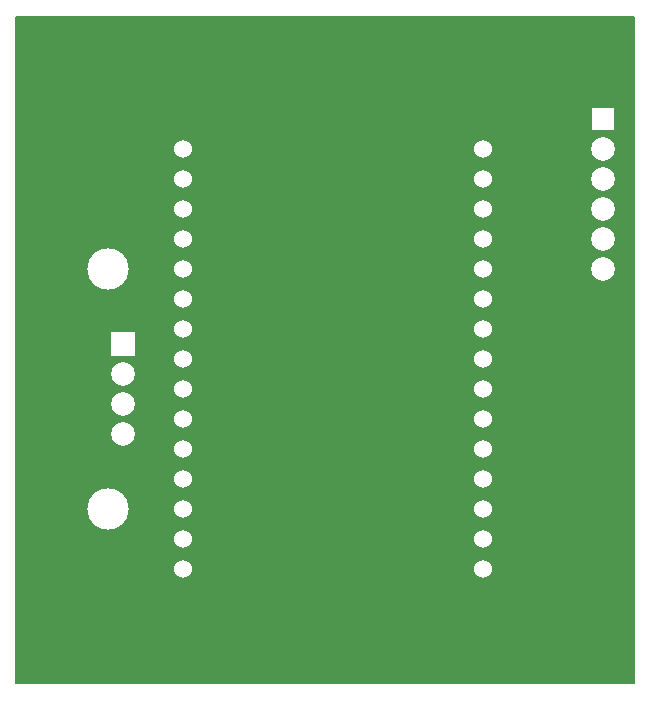
<source format=gbo>
G04 #@! TF.GenerationSoftware,KiCad,Pcbnew,7.0.2*
G04 #@! TF.CreationDate,2023-05-19T21:16:44-06:00*
G04 #@! TF.ProjectId,Project-Supernova-PCB,50726f6a-6563-4742-9d53-757065726e6f,rev?*
G04 #@! TF.SameCoordinates,Original*
G04 #@! TF.FileFunction,Legend,Bot*
G04 #@! TF.FilePolarity,Positive*
%FSLAX46Y46*%
G04 Gerber Fmt 4.6, Leading zero omitted, Abs format (unit mm)*
G04 Created by KiCad (PCBNEW 7.0.2) date 2023-05-19 21:16:44*
%MOMM*%
%LPD*%
G01*
G04 APERTURE LIST*
%ADD10C,0.150000*%
%ADD11C,5.600000*%
%ADD12C,2.000000*%
%ADD13R,1.900000X1.900000*%
%ADD14C,3.500000*%
%ADD15R,1.700000X1.700000*%
%ADD16O,1.700000X1.700000*%
%ADD17O,3.500000X2.200000*%
%ADD18R,2.500000X1.500000*%
%ADD19O,2.500000X1.500000*%
%ADD20R,3.000000X3.000000*%
%ADD21C,3.000000*%
%ADD22C,1.524000*%
%ADD23R,5.080000X2.420000*%
%ADD24R,2.000000X2.000000*%
G04 APERTURE END LIST*
D10*
X111633000Y-57404000D02*
X163957000Y-57404000D01*
X163957000Y-113792000D01*
X111633000Y-113792000D01*
X111633000Y-57404000D01*
G36*
X111633000Y-57404000D02*
G01*
X163957000Y-57404000D01*
X163957000Y-113792000D01*
X111633000Y-113792000D01*
X111633000Y-57404000D01*
G37*
%LPC*%
D11*
X88900000Y-129540000D03*
X180340000Y-129540000D03*
X88900000Y-49530000D03*
X180340000Y-49530000D03*
D12*
X161290000Y-78740000D03*
X161290000Y-76200000D03*
X161290000Y-73660000D03*
X161290000Y-71120000D03*
X161290000Y-68580000D03*
D13*
X161290000Y-66040000D03*
D14*
X168920000Y-77470000D03*
X168920000Y-67310000D03*
D15*
X173472500Y-91900000D03*
D16*
X173472500Y-94440000D03*
D17*
X120650000Y-130120000D03*
X120650000Y-121920000D03*
D18*
X120650000Y-128020000D03*
D19*
X120650000Y-126020000D03*
X120650000Y-124020000D03*
D16*
X173472500Y-103330000D03*
D15*
X173472500Y-100790000D03*
D20*
X149860000Y-127000000D03*
D21*
X154940000Y-127000000D03*
D15*
X99060000Y-104140000D03*
D16*
X99060000Y-106680000D03*
D15*
X166751000Y-55626000D03*
D16*
X164211000Y-55626000D03*
X161671000Y-55626000D03*
X159131000Y-55626000D03*
D19*
X128270000Y-124020000D03*
X128270000Y-126020000D03*
D18*
X128270000Y-128020000D03*
D17*
X128270000Y-121920000D03*
X128270000Y-130120000D03*
D22*
X125730000Y-68580000D03*
X125730000Y-71120000D03*
X125730000Y-73660000D03*
X125730000Y-76200000D03*
X125730000Y-78740000D03*
X125730000Y-81280000D03*
X125730000Y-83820000D03*
X125730000Y-86360000D03*
X125730000Y-88900000D03*
X125730000Y-91440000D03*
X125730000Y-93980000D03*
X125730000Y-96520000D03*
X125730000Y-99060000D03*
X125730000Y-101600000D03*
X125730000Y-104140000D03*
X151130000Y-104140000D03*
X151130000Y-101600000D03*
X151130000Y-99060000D03*
X151130000Y-96520000D03*
X151130000Y-93980000D03*
X151130000Y-91440000D03*
X151130000Y-88900000D03*
X151130000Y-86360000D03*
X151130000Y-83820000D03*
X151130000Y-81280000D03*
X151130000Y-78740000D03*
X151130000Y-76200000D03*
X151130000Y-73660000D03*
X151130000Y-71120000D03*
X151130000Y-68580000D03*
D23*
X89414000Y-65213000D03*
X89414000Y-56453000D03*
D14*
X119380000Y-78740000D03*
X88900000Y-78740000D03*
X119380000Y-99060000D03*
X88900000Y-99060000D03*
D24*
X120650000Y-85090000D03*
D12*
X120650000Y-87630000D03*
X120650000Y-90170000D03*
X120650000Y-92710000D03*
D15*
X87630000Y-109220000D03*
D16*
X87630000Y-111760000D03*
X87630000Y-114300000D03*
X87630000Y-116840000D03*
D21*
X113665000Y-125730000D03*
D20*
X108585000Y-125730000D03*
D15*
X97790000Y-116840000D03*
D16*
X100330000Y-116840000D03*
D20*
X96520000Y-125730000D03*
D21*
X101600000Y-125730000D03*
D16*
X113030000Y-116840000D03*
D15*
X110490000Y-116840000D03*
D21*
X140970000Y-127000000D03*
D20*
X135890000Y-127000000D03*
%LPD*%
M02*

</source>
